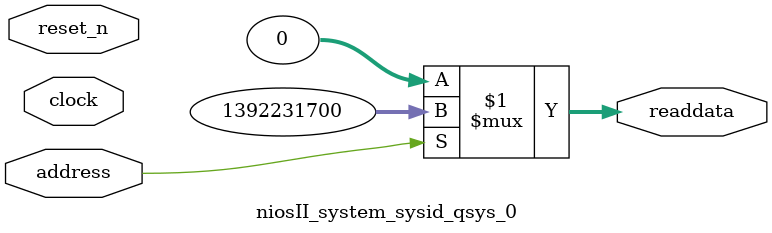
<source format=v>

`timescale 1ns / 1ps
// synthesis translate_on

// turn off superfluous verilog processor warnings 
// altera message_level Level1 
// altera message_off 10034 10035 10036 10037 10230 10240 10030 

module niosII_system_sysid_qsys_0 (
               // inputs:
                address,
                clock,
                reset_n,

               // outputs:
                readdata
             )
;

  output  [ 31: 0] readdata;
  input            address;
  input            clock;
  input            reset_n;

  wire    [ 31: 0] readdata;
  //control_slave, which is an e_avalon_slave
  assign readdata = address ? 1392231700 : 0;

endmodule




</source>
